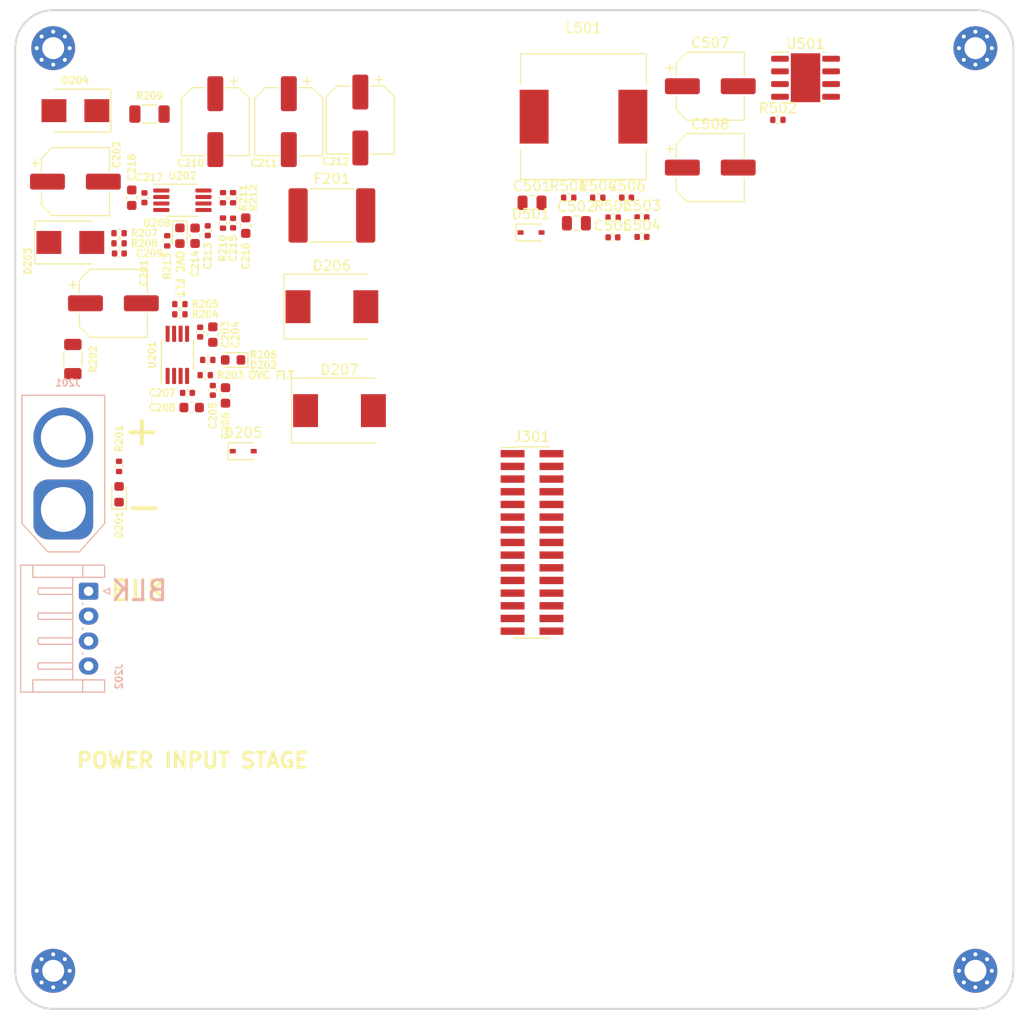
<source format=kicad_pcb>
(kicad_pcb (version 20211014) (generator pcbnew)
  (layers (0 "F.Cu" signal) (1 "In1.Cu" signal) (2 "In2.Cu" signal) (3 "In3.Cu" signal) (4 "In4.Cu" signal) (31 "B.Cu" signal) (34 "B.Paste" user) (35 "F.Paste" user) (36 "B.SilkS" user "B.Silkscreen") (37 "F.SilkS" user "F.Silkscreen") (38 "B.Mask" user) (39 "F.Mask" user) (44 "Edge.Cuts" user))
  (net 0 "")
  (net 1 "/BatteryInput/BATT_SNS_REF")
  (net 2 "GND")
  (net 3 "+BATT")
  (net 4 "VDC")
  (net 5 "+3V3")
  (net 6 "/BatteryInput/VDC_SNS_REF")
  (net 7 "Net-(D201-Pad2)")
  (net 8 "/BatteryInput/VDC_SNS_IN")
  (net 9 "Net-(D203-Pad1)")
  (net 10 "/ControlPower/SWITCH_SRC")
  (net 11 "Net-(C503-Pad1)")
  (net 12 "Net-(C504-Pad1)")
  (net 13 "/BatteryInput/BAT+_IN")
  (net 14 "/BatteryInput/BATT_CELL1")
  (net 15 "/BatteryInput/BATT_CELL2")
  (net 16 "/BatteryInput/BATT_CELL3")
  (net 17 "/BatteryInput/BATT_SNS_OUT")
  (net 18 "/BatteryInput/VDC_SNS_OUT")
  (net 19 "/BatteryInput/BATT_SNS_CIP")
  (net 20 "/BatteryInput/VDC_SNS_CIP")
  (net 21 "Net-(C505-Pad1)")
  (net 22 "/BATT_I_MON")
  (net 23 "/VDC_I_MON")
  (net 24 "/BATT_V_MON")
  (net 55 "Net-(C506-Pad1)")
  (net 56 "Net-(C506-Pad2)")
  (net 57 "+3.3V")
  (net 58 "Net-(D202-Pad1)")
  (net 59 "Net-(D202-Pad2)")
  (net 60 "Net-(D208-Pad1)")
  (net 61 "Net-(D208-Pad2)")
  (net 62 "Net-(R501-Pad1)")
  (net 63 "Net-(R502-Pad2)")
  (net 64 "Net-(R503-Pad2)")
  (footprint "Resistor_SMD:R_0402_1005Metric" (layer "F.Cu") (at 105.918 87.376 90)
    (fp_text reference "R201" (at 2.794 0 90) (layer "F.SilkS") (effects (font (size 0.7 0.7))))
    (fp_text value "R_Small_US" hide)
    (pad "1" smd roundrect locked (at -0.51 0 90) (size 0.54 0.64) (layers "F.Cu" "F.Paste" "F.Mask") (net 7 "Net-(D201-Pad2)"))
    (pad "2" smd roundrect locked (at 0.51 0 90) (size 0.54 0.64) (layers "F.Cu" "F.Paste" "F.Mask") (net 13 "/BatteryInput/BAT+_IN"))
  )
  (footprint "LED_SMD:LED_0603_1608Metric" (layer "F.Cu") (at 117.348 76.708 180)
    (fp_text reference "D202" (at -3.048 -0.508) (layer "F.SilkS") (effects (font (size 0.7 0.7))))
    (fp_text value "LED" hide)
    (pad "1" smd roundrect locked (at -0.7875 0 180) (size 0.875 0.95) (layers "F.Cu" "F.Paste" "F.Mask") (net 58 "Net-(D202-Pad1)"))
    (pad "2" smd roundrect locked (at 0.7875 0 180) (size 0.875 0.95) (layers "F.Cu" "F.Paste" "F.Mask") (net 59 "Net-(D202-Pad2)"))
  )
  (footprint "Resistor_SMD:R_1206_3216Metric" (layer "F.Cu") (at 101.286 76.62 90)
    (fp_text reference "R202" (at 0 2.032 90) (layer "F.SilkS") (effects (font (size 0.7 0.7))))
    (fp_text value "1m, 3W" hide)
    (pad "1" smd roundrect locked (at -1.4625 0 90) (size 1.125 1.75) (layers "F.Cu" "F.Paste" "F.Mask") (roundrect_rratio 0.222222) (net 13 "/BatteryInput/BAT+_IN"))
    (pad "2" smd roundrect locked (at 1.4625 0 90) (size 1.125 1.75) (layers "F.Cu" "F.Paste" "F.Mask") (roundrect_rratio 0.222222) (net 3 "+BATT"))
  )
  (footprint "Capacitor_SMD:C_0805_2012Metric" (layer "F.Cu") (at 151.77 63.01)
    (fp_text reference "C502" (at 0 -1.68) (layer "F.SilkS"))
    (fp_text value "4u2")
    (pad "1" smd roundrect (at -0.95 0) (size 1 1.45) (layers "F.Cu" "F.Paste" "F.Mask") (net 10 "/ControlPower/SWITCH_SRC"))
    (pad "2" smd roundrect (at 0.95 0) (size 1 1.45) (layers "F.Cu" "F.Paste" "F.Mask") (net 2 "GND"))
  )
  (footprint "Diode_SMD:D_SMC" (layer "F.Cu") (at 127.254 71.374)
    (fp_text reference "D206" (at 0 -4.1) (layer "F.SilkS"))
    (fp_text value "D_TVS")
    (pad "1" smd rect locked (at -3.4 0 90) (size 3.3 2.5) (layers "F.Cu" "F.Paste" "F.Mask") (net 2 "GND"))
    (pad "2" smd rect locked (at 3.4 0 90) (size 3.3 2.5) (layers "F.Cu" "F.Paste" "F.Mask") (net 4 "VDC"))
  )
  (footprint "Resistor_SMD:R_1206_3216Metric" (layer "F.Cu") (at 108.966 52.07)
    (fp_text reference "R209" (at 0 -1.82) (layer "F.SilkS") (effects (font (size 0.7 0.7))))
    (fp_text value "22m, 3W" hide)
    (pad "1" smd roundrect locked (at -1.4625 0) (size 1.125 1.75) (layers "F.Cu" "F.Paste" "F.Mask") (roundrect_rratio 0.222222) (net 8 "/BatteryInput/VDC_SNS_IN"))
    (pad "2" smd roundrect locked (at 1.4625 0) (size 1.125 1.75) (layers "F.Cu" "F.Paste" "F.Mask") (roundrect_rratio 0.222222) (net 4 "VDC"))
  )
  (footprint "Diode_SMD:D_SOD-323" (layer "F.Cu") (at 118.364 85.852)
    (fp_text reference "D205" (at 0 -1.85) (layer "F.SilkS"))
    (fp_text value "D_Zener")
    (pad "1" smd rect locked (at -1.05 0) (size 0.6 0.45) (layers "F.Cu" "F.Paste" "F.Mask") (net 24 "/BATT_V_MON"))
    (pad "2" smd rect locked (at 1.05 0) (size 0.6 0.45) (layers "F.Cu" "F.Paste" "F.Mask") (net 2 "GND"))
  )
  (footprint "Package_SO:MSOP-8_3x3mm_P0.65mm" (layer "F.Cu") (at 112.268 60.706)
    (fp_text reference "U202" (at 0 -2.45) (layer "F.SilkS") (effects (font (size 0.7 0.7))))
    (fp_text value "MAX40056F" hide)
    (pad "1" smd roundrect locked (at -2.1125 -0.975) (size 1.625 0.4) (layers "F.Cu" "F.Paste" "F.Mask") (net 4 "VDC"))
    (pad "2" smd roundrect locked (at -2.1125 -0.325) (size 1.625 0.4) (layers "F.Cu" "F.Paste" "F.Mask") (net 60 "Net-(D208-Pad1)"))
    (pad "3" smd roundrect locked (at -2.1125 0.325) (size 1.625 0.4) (layers "F.Cu" "F.Paste" "F.Mask") (net 5 "+3V3"))
    (pad "4" smd roundrect locked (at -2.1125 0.975) (size 1.625 0.4) (layers "F.Cu" "F.Paste" "F.Mask") (net 18 "/BatteryInput/VDC_SNS_OUT"))
    (pad "5" smd roundrect locked (at 2.1125 0.975) (size 1.625 0.4) (layers "F.Cu" "F.Paste" "F.Mask") (net 6 "/BatteryInput/VDC_SNS_REF"))
    (pad "6" smd roundrect locked (at 2.1125 0.325) (size 1.625 0.4) (layers "F.Cu" "F.Paste" "F.Mask") (net 2 "GND"))
    (pad "7" smd roundrect locked (at 2.1125 -0.325) (size 1.625 0.4) (layers "F.Cu" "F.Paste" "F.Mask") (net 20 "/BatteryInput/VDC_SNS_CIP"))
    (pad "8" smd roundrect locked (at 2.1125 -0.975) (size 1.625 0.4) (layers "F.Cu" "F.Paste" "F.Mask") (net 8 "/BatteryInput/VDC_SNS_IN"))
  )
  (footprint "Capacitor_SMD:C_0402_1005Metric" (layer "F.Cu") (at 115.316 79.756 -90)
    (fp_text reference "C205" (at 2.54 0 -90) (layer "F.SilkS") (effects (font (size 0.7 0.7))))
    (fp_text value "10n" hide)
    (pad "1" smd roundrect locked (at -0.48 0 270) (size 0.56 0.62) (layers "F.Cu" "F.Paste" "F.Mask") (net 22 "/BATT_I_MON"))
    (pad "2" smd roundrect locked (at 0.48 0 270) (size 0.56 0.62) (layers "F.Cu" "F.Paste" "F.Mask") (net 2 "GND"))
  )
  (footprint "Capacitor_SMD:C_0603_1608Metric" (layer "F.Cu") (at 113.538 64.262 -90)
    (fp_text reference "C214" (at 2.794 0 90) (layer "F.SilkS") (effects (font (size 0.7 0.7))))
    (fp_text value "1u" hide)
    (pad "1" smd roundrect locked (at -0.775 0 270) (size 0.9 0.95) (layers "F.Cu" "F.Paste" "F.Mask") (net 6 "/BatteryInput/VDC_SNS_REF"))
    (pad "2" smd roundrect locked (at 0.775 0 270) (size 0.9 0.95) (layers "F.Cu" "F.Paste" "F.Mask") (net 2 "GND"))
  )
  (footprint "Resistor_SMD:R_0402_1005Metric" (layer "F.Cu") (at 105.918 65.024)
    (fp_text reference "R208" (at 2.54 0) (layer "F.SilkS") (effects (font (size 0.7 0.7))))
    (fp_text value "82k" hide)
    (pad "1" smd roundrect locked (at -0.51 0) (size 0.54 0.64) (layers "F.Cu" "F.Paste" "F.Mask") (net 2 "GND"))
    (pad "2" smd roundrect locked (at 0.51 0) (size 0.54 0.64) (layers "F.Cu" "F.Paste" "F.Mask") (net 24 "/BATT_V_MON"))
  )
  (footprint "Capacitor_SMD:C_0603_1608Metric" (layer "F.Cu") (at 116.586 80.264 -90)
    (fp_text reference "C206" (at 3.048 0 90) (layer "F.SilkS") (effects (font (size 0.7 0.7))))
    (fp_text value "1u" hide)
    (pad "1" smd roundrect locked (at -0.775 0 270) (size 0.9 0.95) (layers "F.Cu" "F.Paste" "F.Mask") (net 22 "/BATT_I_MON"))
    (pad "2" smd roundrect locked (at 0.775 0 270) (size 0.9 0.95) (layers "F.Cu" "F.Paste" "F.Mask") (net 2 "GND"))
  )
  (footprint "Diode_SMD:D_SMB" (layer "F.Cu") (at 101.54 51.728 180)
    (fp_text reference "D204" (at 0 3.048) (layer "F.SilkS") (effects (font (size 0.7 0.7))))
    (fp_text value "D" hide)
    (pad "1" smd rect locked (at -2.15 0 180) (size 2.5 2.3) (layers "F.Cu" "F.Paste" "F.Mask") (net 8 "/BatteryInput/VDC_SNS_IN"))
    (pad "2" smd rect locked (at 2.15 0 180) (size 2.5 2.3) (layers "F.Cu" "F.Paste" "F.Mask") (net 9 "Net-(D203-Pad1)"))
  )
  (footprint "Capacitor_SMD:C_0603_1608Metric" (layer "F.Cu") (at 115.316 74.168 90)
    (fp_text reference "C204" (at 0 2.286 90) (layer "F.SilkS") (effects (font (size 0.7 0.7))))
    (fp_text value "1u" hide)
    (pad "1" smd roundrect locked (at -0.775 0 90) (size 0.9 0.95) (layers "F.Cu" "F.Paste" "F.Mask") (net 1 "/BatteryInput/BATT_SNS_REF"))
    (pad "2" smd roundrect locked (at 0.775 0 90) (size 0.9 0.95) (layers "F.Cu" "F.Paste" "F.Mask") (net 2 "GND"))
  )
  (footprint "Package_SO:MSOP-8_3x3mm_P0.65mm" (layer "F.Cu") (at 111.76 76.2 90)
    (fp_text reference "U201" (at 0 -2.54 90) (layer "F.SilkS") (effects (font (size 0.7 0.7))))
    (fp_text value "MAX40056F" hide)
    (pad "1" smd roundrect locked (at -2.1125 -0.975 90) (size 1.625 0.4) (layers "F.Cu" "F.Paste" "F.Mask") (net 3 "+BATT"))
    (pad "2" smd roundrect locked (at -2.1125 -0.325 90) (size 1.625 0.4) (layers "F.Cu" "F.Paste" "F.Mask") (net 58 "Net-(D202-Pad1)"))
    (pad "3" smd roundrect locked (at -2.1125 0.325 90) (size 1.625 0.4) (layers "F.Cu" "F.Paste" "F.Mask") (net 5 "+3V3"))
    (pad "4" smd roundrect locked (at -2.1125 0.975 90) (size 1.625 0.4) (layers "F.Cu" "F.Paste" "F.Mask") (net 17 "/BatteryInput/BATT_SNS_OUT"))
    (pad "5" smd roundrect locked (at 2.1125 0.975 90) (size 1.625 0.4) (layers "F.Cu" "F.Paste" "F.Mask") (net 1 "/BatteryInput/BATT_SNS_REF"))
    (pad "6" smd roundrect locked (at 2.1125 0.325 90) (size 1.625 0.4) (layers "F.Cu" "F.Paste" "F.Mask") (net 2 "GND"))
    (pad "7" smd roundrect locked (at 2.1125 -0.325 90) (size 1.625 0.4) (layers "F.Cu" "F.Paste" "F.Mask") (net 19 "/BatteryInput/BATT_SNS_CIP"))
    (pad "8" smd roundrect locked (at 2.1125 -0.975 90) (size 1.625 0.4) (layers "F.Cu" "F.Paste" "F.Mask") (net 13 "/BatteryInput/BAT+_IN"))
  )
  (footprint "Capacitor_SMD:C_0603_1608Metric" (layer "F.Cu") (at 107.188 60.452 90)
    (fp_text reference "C218" (at 3.048 0 90) (layer "F.SilkS") (effects (font (size 0.7 0.7))))
    (fp_text value "1u" hide)
    (pad "1" smd roundrect locked (at -0.775 0 90) (size 0.9 0.95) (layers "F.Cu" "F.Paste" "F.Mask") (net 5 "+3V3"))
    (pad "2" smd roundrect locked (at 0.775 0 90) (size 0.9 0.95) (layers "F.Cu" "F.Paste" "F.Mask") (net 2 "GND"))
  )
  (footprint "Capacitor_SMD:C_0805_2012Metric" (layer "F.Cu") (at 147.32 60.96)
    (fp_text reference "C501" (at 0 -1.68) (layer "F.SilkS"))
    (fp_text value "1u")
    (pad "1" smd roundrect (at -0.95 0) (size 1 1.45) (layers "F.Cu" "F.Paste" "F.Mask") (net 10 "/ControlPower/SWITCH_SRC"))
    (pad "2" smd roundrect (at 0.95 0) (size 1 1.45) (layers "F.Cu" "F.Paste" "F.Mask") (net 2 "GND"))
  )
  (footprint "Resistor_SMD:R_0402_1005Metric" (layer "F.Cu") (at 112.014 72.136 180)
    (fp_text reference "R204" (at -2.54 0) (layer "F.SilkS") (effects (font (size 0.7 0.7))))
    (fp_text value "6k8" hide)
    (pad "1" smd roundrect locked (at -0.51 0 180) (size 0.54 0.64) (layers "F.Cu" "F.Paste" "F.Mask") (net 1 "/BatteryInput/BATT_SNS_REF"))
    (pad "2" smd roundrect locked (at 0.51 0 180) (size 0.54 0.64) (layers "F.Cu" "F.Paste" "F.Mask") (net 19 "/BatteryInput/BATT_SNS_CIP"))
  )
  (footprint "Inductor_SMD:L_12x12mm_H4.5mm" (layer "F.Cu") (at 152.48 52.33)
    (fp_text reference "L501" (at 0 -8.89) (layer "F.SilkS"))
    (fp_text value "3u3")
    (pad "1" smd rect (at -4.95 0) (size 2.9 5.4) (layers "F.Cu" "F.Paste" "F.Mask") (net 55 "Net-(C506-Pad1)"))
    (pad "2" smd rect (at 4.95 0) (size 2.9 5.4) (layers "F.Cu" "F.Paste" "F.Mask") (net 57 "+3.3V"))
  )
  (footprint "Capacitor_SMD:CP_Elec_6.3x5.4" (layer "F.Cu") (at 165.19 49.28)
    (fp_text reference "C507" (at 0 -4.35) (layer "F.SilkS"))
    (fp_text value "10u")
    (pad "1" smd roundrect (at -2.8 0) (size 3.5 1.6) (layers "F.Cu" "F.Paste" "F.Mask") (roundrect_rratio 0.15625) (net 57 "+3.3V"))
    (pad "2" smd roundrect (at 2.8 0) (size 3.5 1.6) (layers "F.Cu" "F.Paste" "F.Mask") (roundrect_rratio 0.15625) (net 2 "GND"))
  )
  (footprint "Resistor_SMD:R_0402_1005Metric" (layer "F.Cu") (at 171.97 52.65)
    (fp_text reference "R502" (at 0 -1.17) (layer "F.SilkS"))
    (fp_text value "R_Small_US")
    (pad "1" smd roundrect (at -0.51 0) (size 0.54 0.64) (layers "F.Cu" "F.Paste" "F.Mask") (net 56 "Net-(C506-Pad2)"))
    (pad "2" smd roundrect (at 0.51 0) (size 0.54 0.64) (layers "F.Cu" "F.Paste" "F.Mask") (net 63 "Net-(R502-Pad2)"))
  )
  (footprint "LED_SMD:LED_0603_1608Metric" (layer "F.Cu") (at 112.014 64.262 -90)
    (fp_text reference "D208" (at -1.27 2.286 -180) (layer "F.SilkS") (effects (font (size 0.7 0.7))))
    (fp_text value "LED" hide)
    (pad "1" smd roundrect locked (at -0.7875 0 270) (size 0.875 0.95) (layers "F.Cu" "F.Paste" "F.Mask") (net 60 "Net-(D208-Pad1)"))
    (pad "2" smd roundrect locked (at 0.7875 0 270) (size 0.875 0.95) (layers "F.Cu" "F.Paste" "F.Mask") (net 61 "Net-(D208-Pad2)"))
  )
  (footprint "Resistor_SMD:R_0402_1005Metric" (layer "F.Cu") (at 116.332 60.452 90)
    (fp_text reference "R211" (at 0 2.032 90) (layer "F.SilkS") (effects (font (size 0.7 0.7))))
    (fp_text value "1k2" hide)
    (pad "1" smd roundrect locked (at -0.51 0 90) (size 0.54 0.64) (layers "F.Cu" "F.Paste" "F.Mask") (net 6 "/BatteryInput/VDC_SNS_REF"))
    (pad "2" smd roundrect locked (at 0.51 0 90) (size 0.54 0.64) (layers "F.Cu" "F.Paste" "F.Mask") (net 20 "/BatteryInput/VDC_SNS_CIP"))
  )
  (footprint "MountingHole:MountingHole_2.2mm_M2_Pad_Via" (layer "F.Cu") (at 191.77 137.922)
    (fp_text reference "H102" hide)
    (fp_text value "MountingHole" hide)
    (pad "1" thru_hole circle locked (at -1.65 0) (size 0.7 0.7) (drill 0.4) (layers *.Cu *.Mask))
    (pad "1" thru_hole circle locked (at 1.166726 -1.166726) (size 0.7 0.7) (drill 0.4) (layers *.Cu *.Mask))
    (pad "1" thru_hole circle locked (at -1.166726 1.166726) (size 0.7 0.7) (drill 0.4) (layers *.Cu *.Mask))
    (pad "1" thru_hole circle locked (at 0 -1.65) (size 0.7 0.7) (drill 0.4) (layers *.Cu *.Mask))
    (pad "1" thru_hole circle locked (at 0 0) (size 4.4 4.4) (drill 2.2) (layers *.Cu *.Mask))
    (pad "1" thru_hole circle locked (at 1.65 0) (size 0.7 0.7) (drill 0.4) (layers *.Cu *.Mask))
    (pad "1" thru_hole circle locked (at 1.166726 1.166726) (size 0.7 0.7) (drill 0.4) (layers *.Cu *.Mask))
    (pad "1" thru_hole circle locked (at -1.166726 -1.166726) (size 0.7 0.7) (drill 0.4) (layers *.Cu *.Mask))
    (pad "1" thru_hole circle locked (at 0 1.65) (size 0.7 0.7) (drill 0.4) (layers *.Cu *.Mask))
  )
  (footprint "Capacitor_SMD:CP_Elec_6.3x5.4" (layer "F.Cu") (at 105.35 71.032)
    (fp_text reference "C201" (at 3.048 -3.048 90) (layer "F.SilkS") (effects (font (size 0.7 0.7))))
    (fp_text value "10u" hide)
    (pad "1" smd roundrect locked (at -2.8 0) (size 3.5 1.6) (layers "F.Cu" "F.Paste" "F.Mask") (roundrect_rratio 0.15625) (net 3 "+BATT"))
    (pad "2" smd roundrect locked (at 2.8 0) (size 3.5 1.6) (layers "F.Cu" "F.Paste" "F.Mask") (roundrect_rratio 0.15625) (net 2 "GND"))
  )
  (footprint "Diode_SMD:D_SMC" (layer "F.Cu") (at 128.016 81.788)
    (fp_text reference "D207" (at 0 -4.1) (layer "F.SilkS"))
    (fp_text value "D_TVS")
    (pad "1" smd rect locked (at -3.4 0 90) (size 3.3 2.5) (layers "F.Cu" "F.Paste" "F.Mask") (net 2 "GND"))
    (pad "2" smd rect locked (at 3.4 0 90) (size 3.3 2.5) (layers "F.Cu" "F.Paste" "F.Mask") (net 4 "VDC"))
  )
  (footprint "Capacitor_SMD:C_0402_1005Metric" (layer "F.Cu") (at 158.34 64.38)
    (fp_text reference "C504" (at 0 -1.16) (layer "F.SilkS"))
    (fp_text value "C_Small")
    (pad "1" smd roundrect (at -0.48 0) (size 0.56 0.62) (layers "F.Cu" "F.Paste" "F.Mask") (net 12 "Net-(C504-Pad1)"))
    (pad "2" smd roundrect (at 0.48 0) (size 0.56 0.62) (layers "F.Cu" "F.Paste" "F.Mask") (net 2 "GND"))
  )
  (footprint "Package_SO:SOIC-8-1EP_3.9x4.9mm_P1.27mm_EP2.95x4.9mm_Mask2.71x3.4mm" (layer "F.Cu") (at 174.74 48.43)
    (fp_text reference "U501" (at 0 -3.4) (layer "F.SilkS"))
    (fp_text value "AOZ6605PI")
    (pad "1" smd roundrect (at -2.5625 -1.905) (size 1.775 0.6) (layers "F.Cu" "F.Paste" "F.Mask") (net 21 "Net-(C505-Pad1)"))
    (pad "2" smd roundrect (at -2.5625 -0.635) (size 1.775 0.6) (layers "F.Cu" "F.Paste" "F.Mask") (net 10 "/ControlPower/SWITCH_SRC"))
    (pad "3" smd roundrect (at -2.5625 0.635) (size 1.775 0.6) (layers "F.Cu" "F.Paste" "F.Mask") (net 10 "/ControlPower/SWITCH_SRC"))
    (pad "4" smd roundrect (at -2.5625 1.905) (size 1.775 0.6) (layers "F.Cu" "F.Paste" "F.Mask") (net 2 "GND"))
    (pad "5" smd roundrect (at 2.5625 1.905) (size 1.775 0.6) (layers "F.Cu" "F.Paste" "F.Mask") (net 63 "Net-(R502-Pad2)"))
    (pad "6" smd roundrect (at 2.5625 0.635) (size 1.775 0.6) (layers "F.Cu" "F.Paste" "F.Mask") (net 11 "Net-(C503-Pad1)"))
    (pad "7" smd roundrect (at 2.5625 -0.635) (size 1.775 0.6) (layers "F.Cu" "F.Paste" "F.Mask") (net 62 "Net-(R501-Pad1)"))
    (pad "8" smd roundrect (at 2.5625 -1.905) (size 1.775 0.6) (layers "F.Cu" "F.Paste" "F.Mask") (net 64 "Net-(R503-Pad2)"))
    (pad "9" smd rect (at 0 0) (size 2.95 4.9) (layers "F.Cu") (net 55 "Net-(C506-Pad1)"))
  )
  (footprint "Resistor_SMD:R_0402_1005Metric" (layer "F.Cu") (at 114.808 76.708 180)
    (fp_text reference "R206" (at -5.588 0.508) (layer "F.SilkS") (effects (font (size 0.7 0.7))))
    (fp_text value "1k2" hide)
    (pad "1" smd roundrect locked (at -0.51 0 180) (size 0.54 0.64) (layers "F.Cu" "F.Paste" "F.Mask") (net 59 "Net-(D202-Pad2)"))
    (pad "2" smd roundrect locked (at 0.51 0 180) (size 0.54 0.64) (layers "F.Cu" "F.Paste" "F.Mask") (net 5 "+3V3"))
  )
  (footprint "Resistor_SMD:R_0402_1005Metric" (layer "F.Cu") (at 153.91 60.45)
    (fp_text reference "R504" (at 0 -1.17) (layer "F.SilkS"))
    (fp_text value "15k")
    (pad "1" smd roundrect (at -0.51 0) (size 0.54 0.64) (layers "F.Cu" "F.Paste" "F.Mask") (net 64 "Net-(R503-Pad2)"))
    (pad "2" smd roundrect (at 0.51 0) (size 0.54 0.64) (layers "F.Cu" "F.Paste" "F.Mask") (net 2 "GND"))
  )
  (footprint "Diode_SMD:D_SOD-323" (layer "F.Cu") (at 147.22 63.94)
    (fp_text reference "D501" (at 0 -1.85) (layer "F.SilkS"))
    (fp_text value "D_Zener")
    (pad "1" smd rect (at -1.05 0) (size 0.6 0.45) (layers "F.Cu" "F.Paste" "F.Mask") (net 57 "+3.3V"))
    (pad "2" smd rect (at 1.05 0) (size 0.6 0.45) (layers "F.Cu" "F.Paste" "F.Mask") (net 2 "GND"))
  )
  (footprint "Capacitor_SMD:C_0402_1005Metric" (layer "F.Cu") (at 156.8 60.44)
    (fp_text reference "C506" (at 0 -1.16) (layer "F.SilkS"))
    (fp_text value "C_Small")
    (pad "1" smd roundrect (at -0.48 0) (size 0.56 0.62) (layers "F.Cu" "F.Paste" "F.Mask") (net 55 "Net-(C506-Pad1)"))
    (pad "2" smd roundrect (at 0.48 0) (size 0.56 0.62) (layers "F.Cu" "F.Paste" "F.Mask") (net 56 "Net-(C506-Pad2)"))
  )
  (footprint "Capacitor_SMD:C_0402_1005Metric" (layer "F.Cu") (at 108.458 60.452 90)
    (fp_text reference "C217" (at 2.032 0.508) (layer "F.SilkS") (effects (font (size 0.7 0.7))))
    (fp_text value "10n" hide)
    (pad "1" smd roundrect locked (at -0.48 0 90) (size 0.56 0.62) (layers "F.Cu" "F.Paste" "F.Mask") (net 5 "+3V3"))
    (pad "2" smd roundrect locked (at 0.48 0 90) (size 0.56 0.62) (layers "F.Cu" "F.Paste" "F.Mask") (net 2 "GND"))
  )
  (footprint "Capacitor_SMD:C_0402_1005Metric" (layer "F.Cu") (at 112.776 80.01)
    (fp_text reference "C207" (at -2.54 0) (layer "F.SilkS") (effects (font (size 0.7 0.7))))
    (fp_text value "10n" hide)
    (pad "1" smd roundrect locked (at -0.48 0) (size 0.56 0.62) (layers "F.Cu" "F.Paste" "F.Mask") (net 5 "+3V3"))
    (pad "2" smd roundrect locked (at 0.48 0) (size 0.56 0.62) (layers "F.Cu" "F.Paste" "F.Mask") (net 2 "GND"))
  )
  (footprint "Resistor_SMD:R_0402_1005Metric" (layer "F.Cu") (at 105.918 64.008 180)
    (fp_text reference "R207" (at -2.54 0) (layer "F.SilkS") (effects (font (size 0.7 0.7) (thickness 0.125))))
    (fp_text value "22k" hide)
    (pad "1" smd roundrect locked (at -0.51 0 180) (size 0.54 0.64) (layers "F.Cu" "F.Paste" "F.Mask") (net 24 "/BATT_V_MON"))
    (pad "2" smd roundrect locked (at 0.51 0 180) (size 0.54 0.64) (layers "F.Cu" "F.Paste" "F.Mask") (net 9 "Net-(D203-Pad1)"))
  )
  (footprint "Fuse:Fuse_2920_7451Metric" (layer "F.Cu") (at 127.254 62.23)
    (fp_text reference "F201" (at 0 -3.68) (layer "F.SilkS"))
    (fp_text value "Polyfuse")
    (pad "1" smd roundrect locked (at -3.3875 0) (size 1.925 5.45) (layers "F.Cu" "F.Paste" "F.Mask") (roundrect_rratio 0.12987) (net 3 "+BATT"))
    (pad "2" smd roundrect locked (at 3.3875 0) (size 1.925 5.45) (layers "F.Cu" "F.Paste" "F.Mask") (roundrect_rratio 0.12987) (net 9 "Net-(D203-Pad1)"))
  )
  (footprint "Resistor_SMD:R_0402_1005Metric" (layer "F.Cu") (at 117.348 60.452 -90)
    (fp_text reference "R212" (at 0 -2.032 90) (layer "F.SilkS") (effects (font (size 0.7 0.7))))
    (fp_text value "9k1" hide)
    (pad "1" smd roundrect locked (at -0.51 0 270) (size 0.54 0.64) (layers "F.Cu" "F.Paste" "F.Mask") (net 20 "/BatteryInput/VDC_SNS_CIP"))
    (pad "2" smd roundrect locked (at 0.51 0 270) (size 0.54 0.64) (layers "F.Cu" "F.Paste" "F.Mask") (net 2 "GND"))
  )
  (footprint "Resistor_SMD:R_0402_1005Metric" (layer "F.Cu") (at 112.014 71.12)
    (fp_text reference "R205" (at 2.54 0) (layer "F.SilkS") (effects (font (size 0.7 0.7))))
    (fp_text value "3k3" hide)
    (pad "1" smd roundrect locked (at -0.51 0) (size 0.54 0.64) (layers "F.Cu" "F.Paste" "F.Mask") (net 19 "/BatteryInput/BATT_SNS_CIP"))
    (pad "2" smd roundrect locked (at 0.51 0) (size 0.54 0.64) (layers "F.Cu" "F.Paste" "F.Mask") (net 2 "GND"))
  )
  (footprint "Capacitor_SMD:CP_Elec_6.3x5.4" (layer "F.Cu") (at 115.57 52.832 -90)
    (fp_text reference "C210" (at 4.152 2.48 180) (layer "F.SilkS") (effects (font (size 0.7 0.7))))
    (fp_text value "10u" hide)
    (pad "1" smd roundrect locked (at -2.8 0 270) (size 3.5 1.6) (layers "F.Cu" "F.Paste" "F.Mask") (roundrect_rratio 0.15625) (net 4 "VDC"))
    (pad "2" smd roundrect locked (at 2.8 0 270) (size 3.5 1.6) (layers "F.Cu" "F.Paste" "F.Mask") (roundrect_rratio 0.15625) (net 2 "GND"))
  )
  (footprint "LED_SMD:LED_0603_1608Metric" (layer "F.Cu") (at 105.918 90.17 90)
    (fp_text reference "D201" (at -3.048 0 90) (layer "F.SilkS") (effects (font (size 0.7 0.7))))
    (fp_text value "LED" hide)
    (pad "1" smd roundrect locked (at -0.7875 0 90) (size 0.875 0.95) (layers "F.Cu" "F.Paste" "F.Mask") (net 2 "GND"))
    (pad "2" smd roundrect locked (at 0.7875 0 90) (size 0.875 0.95) (layers "F.Cu" "F.Paste" "F.Mask") (net 7 "Net-(D201-Pad2)"))
  )
  (footprint "Connector_PinHeader_1.27mm:PinHeader_2x15_P1.27mm_Vertical_SMD" (layer "F.Cu") (at 147.32 94.996)
    (fp_text reference "J301" (at 0 -10.585) (layer "F.SilkS"))
    (fp_text value "Conn_02x15_Counter_Clockwise" hide)
    (pad "1" smd rect locked (at -1.95 -8.89) (size 2.4 0.74) (layers "F.Cu" "F.Paste" "F.Mask"))
    (pad "2" smd rect locked (at 1.95 -8.89) (size 2.4 0.74) (layers "F.Cu" "F.Paste" "F.Mask"))
    (pad "3" smd rect locked (at -1.95 -7.62) (size 2.4 0.74) (layers "F.Cu" "F.Paste" "F.Mask"))
    (pad "4" smd rect locked (at 1.95 -7.62) (size 2.4 0.74) (layers "F.Cu" "F.Paste" "F.Mask"))
    (pad "5" smd rect locked (at -1.95 -6.35) (size 2.4 0.74) (layers "F.Cu" "F.Paste" "F.Mask"))
    (pad "6" smd rect locked (at 1.95 -6.35) (size 2.4 0.74) (layers "F.Cu" "F.Paste" "F.Mask"))
    (pad "7" smd rect locked (at -1.95 -5.08) (size 2.4 0.74) (layers "F.Cu" "F.Paste" "F.Mask"))
    (pad "8" smd rect locked (at 1.95 -5.08) (size 2.4 0.74) (layers "F.Cu" "F.Paste" "F.Mask"))
    (pad "9" smd rect locked (at -1.95 -3.81) (size 2.4 0.74) (layers "F.Cu" "F.Paste" "F.Mask"))
    (pad "10" smd rect locked (at 1.95 -3.81) (size 2.4 0.74) (layers "F.Cu" "F.Paste" "F.Mask"))
    (pad "11" smd rect locked (at -1.95 -2.54) (size 2.4 0.74) (layers "F.Cu" "F.Paste" "F.Mask"))
    (pad "12" smd rect locked (at 1.95 -2.54) (size 2.4 0.74) (layers "F.Cu" "F.Paste" "F.Mask"))
    (pad "13" smd rect locked (at -1.95 -1.27) (size 2.4 0.74) (layers "F.Cu" "F.Paste" "F.Mask"))
    (pad "14" smd rect locked (at 1.95 -1.27) (size 2.4 0.74) (layers "F.Cu" "F.Paste" "F.Mask"))
    (pad "15" smd rect locked (at -1.95 0) (size 2.4 0.74) (layers "F.Cu" "F.Paste" "F.Mask"))
    (pad "16" smd rect locked (at 1.95 0) (size 2.4 0.74) (layers "F.Cu" "F.Paste" "F.Mask"))
    (pad "17" smd rect locked (at -1.95 1.27) (size 2.4 0.74) (layers "F.Cu" "F.Paste" "F.Mask"))
    (pad "18" smd rect locked (at 1.95 1.27) (size 2.4 0.74) (layers "F.Cu" "F.Paste" "F.Mask"))
    (pad "19" smd rect locked (at -1.95 2.54) (size 2.4 0.74) (layers "F.Cu" "F.Paste" "F.Mask"))
    (pad "20" smd rect locked (at 1.95 2.54) (size 2.4 0.74) (layers "F.Cu" "F.Paste" "F.Mask"))
    (pad "21" smd rect locked (at -1.95 3.81) (size 2.4 0.74) (layers "F.Cu" "F.Paste" "F.Mask"))
    (pad "22" smd rect locked (at 1.95 3.81) (size 2.4 0.74) (layers "F.Cu" "F.Paste" "F.Mask"))
    (pad "23" smd rect locked (at -1.95 5.08) (size 2.4 0.74) (layers "F.Cu" "F.Paste" "F.Mask"))
    (pad "24" smd rect locked (at 1.95 5.08) (size 2.4 0.74) (layers "F.Cu" "F.Paste" "F.Mask"))
    (pad "25" smd rect locked (at -1.95 6.35) (size 2.4 0.74) (layers "F.Cu" "F.Paste" "F.Mask"))
    (pad "26" smd rect locked (at 1.95 6.35) (size 2.4 0.74) (layers "F.Cu" "F.Paste" "F.Mask"))
    (pad "27" smd rect locked (at -1.95 7.62) (size 2.4 0.74) (layers "F.Cu" "F.Paste" "F.Mask"))
    (pad "28" smd rect locked (at 1.95 7.62) (size 2.4 0.74) (layers "F.Cu" "F.Paste" "F.Mask"))
    (pad "29" smd rect locked (at -1.95 8.89) (size 2.4 0.74) (layers "F.Cu" "F.Paste" "F.Mask"))
    (pad "30" smd rect locked (at 1.95 8.89) (size 2.4 0.74) (layers "F.Cu" "F.Paste" "F.Mask"))
  )
  (footprint "Capacitor_SMD:C_0402_1005Metric" (layer "F.Cu") (at 114.046 73.914 90)
    (fp_text reference "C203" (at -0.254 2.54 90) (layer "F.SilkS") (effects (font (size 0.7 0.7))))
    (fp_text value "10n" hide)
    (pad "1" smd roundrect locked (at -0.48 0 90) (size 0.56 0.62) (layers "F.Cu" "F.Paste" "F.Mask") (net 1 "/BatteryInput/BATT_SNS_REF"))
    (pad "2" smd roundrect locked (at 0.48 0 90) (size 0.56 0.62) (layers "F.Cu" "F.Paste" "F.Mask") (net 2 "GND"))
  )
  (footprint "Capacitor_SMD:C_0402_1005Metric" (layer "F.Cu") (at 158.34 62.41)
    (fp_text reference "C503" (at 0 -1.16) (layer "F.SilkS"))
    (fp_text value "0u1")
    (pad "1" smd roundrect (at -0.48 0) (size 0.56 0.62) (layers "F.Cu" "F.Paste" "F.Mask") (net 11 "Net-(C503-Pad1)"))
    (pad "2" smd roundrect (at 0.48 0) (size 0.56 0.62) (layers "F.Cu" "F.Paste" "F.Mask") (net 2 "GND"))
  )
  (footprint "Capacitor_SMD:CP_Elec_6.3x5.4" (layer "F.Cu") (at 165.19 57.43)
    (fp_text reference "C508" (at 0 -4.35) (layer "F.SilkS"))
    (fp_text value "10u")
    (pad "1" smd roundrect (at -2.8 0) (size 3.5 1.6) (layers "F.Cu" "F.Paste" "F.Mask") (roundrect_rratio 0.15625) (net 57 "+3.3V"))
    (pad "2" smd roundrect (at 2.8 0) (size 3.5 1.6) (layers "F.Cu" "F.Paste" "F.Mask") (roundrect_rratio 0.15625) (net 2 "GND"))
  )
  (footprint "Capacitor_SMD:C_0603_1608Metric" (layer "F.Cu") (at 118.618 63.248 -90)
    (fp_text reference "C216" (at 3.048 0 90) (layer "F.SilkS") (effects (font (size 0.7 0.7))))
    (fp_text value "1u" hide)
    (pad "1" smd roundrect locked (at -0.775 0 270) (size 0.9 0.95) (layers "F.Cu" "F.Paste" "F.Mask") (net 23 "/VDC_I_MON"))
    (pad "2" smd roundrect locked (at 0.775 0 270) (size 0.9 0.95) (layers "F.Cu" "F.Paste" "F.Mask") (net 2 "GND"))
  )
  (footprint "Resistor_SMD:R_0402_1005Metric" (layer "F.Cu") (at 114.556 78.232)
    (fp_text reference "R203" (at 2.538 0) (layer "F.SilkS") (effects (font (size 0.7 0.7))))
    (fp_text value "150R" hide)
    (pad "1" smd roundrect locked (at -0.51 0) (size 0.54 0.64) (layers "F.Cu" "F.Paste" "F.Mask") (net 17 "/BatteryInput/BATT_SNS_OUT"))
    (pad "2" smd roundrect locked (at 0.51 0) (size 0.54 0.64) (layers "F.Cu" "F.Paste" "F.Mask") (net 22 "/BATT_I_MON"))
  )
  (footprint "Capacitor_SMD:CP_Elec_6.3x5.4" (layer "F.Cu") (at 130.108 52.666 -90)
    (fp_text reference "C212" (at 4.152 2.48 180) (layer "F.SilkS") (effects (font (size 0.7 0.7))))
    (fp_text value "10u" hide)
    (pad "1" smd roundrect locked (at -2.8 0 270) (size 3.5 1.6) (layers "F.Cu" "F.Paste" "F.Mask") (roundrect_rratio 0.15625) (net 4 "VDC"))
    (pad "2" smd roundrect locked (at 2.8 0 270) (size 3.5 1.6) (layers "F.Cu" "F.Paste" "F.Mask") (roundrect_rratio 0.15625) (net 2 "GND"))
  )
  (footprint "Diode_SMD:D_SMB" (layer "F.Cu") (at 101.032 64.936)
    (fp_text reference "D203" (at -4.258 1.866 90) (layer "F.SilkS") (effects (font (size 0.7 0.7))))
    (fp_text value "D" hide)
    (pad "1" smd rect locked (at -2.15 0) (size 2.5 2.3) (layers "F.Cu" "F.Paste" "F.Mask") (net 9 "Net-(D203-Pad1)"))
    (pad "2" smd rect locked (at 2.15 0) (size 2.5 2.3) (layers "F.Cu" "F.Paste" "F.Mask") (net 2 "GND"))
  )
  (footprint "Resistor_SMD:R_0402_1005Metric" (layer "F.Cu") (at 155.45 62.44)
    (fp_text reference "R503" (at 0 -1.17) (layer "F.SilkS"))
    (fp_text value "68k1")
    (pad "1" smd roundrect (at -0.51 0) (size 0.54 0.64) (layers "F.Cu" "F.Paste" "F.Mask") (net 57 "+3.3V"))
    (pad "2" smd roundrect (at 0.51 0) (size 0.54 0.64) (layers "F.Cu" "F.Paste" "F.Mask") (net 64 "Net-(R503-Pad2)"))
  )
  (footprint "Capacitor_SMD:C_0402_1005Metric" (layer "F.Cu") (at 114.808 63.754 -90)
    (fp_text reference "C213" (at 2.54 0 90) (layer "F.SilkS") (effects (font (size 0.7 0.7))))
    (fp_text value "10n" hide)
    (pad "1" smd roundrect locked (at -0.48 0 270) (size 0.56 0.62) (layers "F.Cu" "F.Paste" "F.Mask") (net 6 "/BatteryInput/VDC_SNS_REF"))
    (pad "2" smd roundrect locked (at 0.48 0 270) (size 0.56 0.62) (layers "F.Cu" "F.Paste" "F.Mask") (net 2 "GND"))
  )
  (footprint "Capacitor_SMD:C_0402_1005Metric" (layer "F.Cu") (at 155.43 64.42)
    (fp_text reference "C505" (at 0 -1.16) (layer "F.SilkS"))
    (fp_text value "10n")
    (pad "1" smd roundrect (at -0.48 0) (size 0.56 0.62) (layers "F.Cu" "F.Paste" "F.Mask") (net 21 "Net-(C505-Pad1)"))
    (pad "2" smd roundrect (at 0.48 0) (size 0.56 0.62) (layers "F.Cu" "F.Paste" "F.Mask") (net 2 "GND"))
  )
  (footprint "Resistor_SMD:R_0402_1005Metric" (layer "F.Cu") (at 116.332 62.994 -90)
    (fp_text reference "R210" (at 2.538 0 90) (layer "F.SilkS") (effects (font (size 0.7 0.7))))
    (fp_text value "150R" hide)
    (pad "1" smd roundrect locked (at -0.51 0 270) (size 0.54 0.64) (layers "F.Cu" "F.Paste" "F.Mask") (net 18 "/BatteryInput/VDC_SNS_OUT"))
    (pad "2" smd roundrect locked (at 0.51 0 270) (size 0.54 0.64) (layers "F.Cu" "F.Paste" "F.Mask") (net 23 "/VDC_I_MON"))
  )
  (footprint "Resistor_SMD:R_0402_1005Metric" (layer "F.Cu") (at 151 60.45)
    (fp_text reference "R501" (at 0 -1.17) (layer "F.SilkS"))
    (fp_text value "R_Small_US")
    (pad "1" smd roundrect (at -0.51 0) (size 0.54 0.64) (layers "F.Cu" "F.Paste" "F.Mask") (net 62 "Net-(R501-Pad1)"))
    (pad "2" smd roundrect (at 0.51 0) (size 0.54 0.64) (layers "F.Cu" "F.Paste" "F.Mask") (net 12 "Net-(C504-Pad1)"))
  )
  (footprint "Capacitor_SMD:CP_Elec_6.3x5.4" (layer "F.Cu") (at 122.936 52.832 -90)
    (fp_text reference "C211" (at 4.152 2.48 180) (layer "F.SilkS") (effects (font (size 0.7 0.7))))
    (fp_text value "10u" hide)
    (pad "1" smd roundrect locked (at -2.8 0 270) (size 3.5 1.6) (layers "F.Cu" "F.Paste" "F.Mask") (roundrect_rratio 0.15625) (net 4 "VDC"))
    (pad "2" smd roundrect locked (at 2.8 0 270) (size 3.5 1.6) (layers "F.Cu" "F.Paste" "F.Mask") (roundrect_rratio 0.15625) (net 2 "GND"))
  )
  (footprint "Capacitor_SMD:CP_Elec_6.3x5.4" (layer "F.Cu") (at 101.54 58.84)
    (fp_text reference "C202" (at 4.124 -2.706 90) (layer "F.SilkS") (effects (font (size 0.7 0.7))))
    (fp_text value "10u" hide)
    (pad "1" smd roundrect locked (at -2.8 0) (size 3.5 1.6) (layers "F.Cu" "F.Paste" "F.Mask") (roundrect_rratio 0.15625) (net 3 "+BATT"))
    (pad "2" smd roundrect locked (at 2.8 0) (size 3.5 1.6) (layers "F.Cu" "F.Paste" "F.Mask") (roundrect_rratio 0.15625) (net 2 "GND"))
  )
  (footprint "Capacitor_SMD:C_0402_1005Metric" (layer "F.Cu") (at 117.348 62.994 -90)
    (fp_text reference "C215" (at 2.54 0 90) (layer "F.SilkS") (effects (font (size 0.7 0.7))))
    (fp_text value "10n" hide)
    (pad "1" smd roundrect locked (at -0.48 0 270) (size 0.56 0.62) (layers "F.Cu" "F.Paste" "F.Mask") (net 23 "/VDC_I_MON"))
    (pad "2" smd roundrect locked (at 0.48 0 270) (size 0.56 0.62) (layers "F.Cu" "F.Paste" "F.Mask") (net 2 "GND"))
  )
  (footprint "Capacitor_SMD:C_0402_1005Metric" (layer "F.Cu") (at 105.946 66.04 180)
    (fp_text reference "C209" (at -3.02 0) (layer "F.SilkS") (effects (font (size 0.7 0.7))))
    (fp_text value "100n" hide)
    (pad "1" smd roundrect locked (at -0.48 0 180) (size 0.56 0.62) (layers "F.Cu" "F.Paste" "F.Mask") (net 24 "/BATT_V_MON"))
    (pad "2" smd roundrect locked (at 0.48 0 180) (size 0.56 0.62) (layers "F.Cu" "F.Paste" "F.Mask") (net 2 "GND"))
  )
  (footprint "Resistor_SMD:R_0402_1005Metric" (layer "F.Cu") (at 110.744 64.77 90)
    (fp_text reference "R213" (at -2.54 0 90) (layer "F.SilkS") (effects (font (size 0.7 0.7))))
    (fp_text value "1k2" hide)
    (pad "1" smd roundrect locked (at -0.51 0 90) (size 0.54 0.64) (layers "F.Cu" "F.Paste" "F.Mask") (net 61 "Net-(D208-Pad2)"))
    (pad "2" smd roundrect locked (at 0.51 0 90) (size 0.54 0.64) (layers "F.Cu" "F.Paste" "F.Mask") (net 5 "+3V3"))
  )
  (footprint "MountingHole:MountingHole_2.2mm_M2_Pad_Via" (layer "F.Cu") (at 191.77 45.466)
    (fp_text reference "H101" hide)
    (fp_text value "MountingHole" hide)
    (pad "1" thru_hole circle locked (at 0 1.65) (size 0.7 0.7) (drill 0.4) (layers *.Cu *.Mask))
    (pad "1" thru_hole circle locked (at -1.166726 1.166726) (size 0.7 0.7) (drill 0.4) (layers *.Cu *.Mask))
    (pad "1" thru_hole circle locked (at 1.166726 1.166726) (size 0.7 0.7) (drill 0.4) (layers *.Cu *.Mask))
    (pad "1" thru_hole circle locked (at 0 -1.65) (size 0.7 0.7) (drill 0.4) (layers *.Cu *.Mask))
    (pad "1" thru_hole circle locked (at 0 0) (size 4.4 4.4) (drill 2.2) (layers *.Cu *.Mask))
    (pad "1" thru_hole circle locked (at 1.65 0) (size 0.7 0.7) (drill 0.4) (layers *.Cu *.Mask))
    (pad "1" thru_hole circle locked (at 1.166726 -1.166726) (size 0.7 0.7) (drill 0.4) (layers *.Cu *.Mask))
    (pad "1" thru_hole circle locked (at -1.166726 -1.166726) (size 0.7 0.7) (drill 0.4) (layers *.Cu *.Mask))
    (pad "1" thru_hole circle locked (at -1.65 0) (size 0.7 0.7) (drill 0.4) (layers *.Cu *.Mask))
  )
  (footprint "Capacitor_SMD:C_0603_1608Metric" (layer "F.Cu") (at 113.194 81.48)
    (fp_text reference "C208" (at -2.958 0) (layer "F.SilkS") (effects (font (size 0.7 0.7))))
    (fp_text value "1u" hide)
    (pad "1" smd roundrect locked (at -0.775 0) (size 0.9 0.95) (layers "F.Cu" "F.Paste" "F.Mask") (net 5 "+3V3"))
    (pad "2" smd roundrect locked (at 0.775 0) (size 0.9 0.95) (layers "F.Cu" "F.Paste" "F.Mask") (net 2 "GND"))
  )
  (footprint "MountingHole:MountingHole_2.2mm_M2_Pad_Via" (layer "F.Cu") (at 99.314 45.466)
    (fp_text reference "H104" hide)
    (fp_text value "MountingHole" hide)
    (pad "1" thru_hole circle locked (at 0 -1.65) (size 0.7 0.7) (drill 0.4) (layers *.Cu *.Mask))
    (pad "1" thru_hole circle locked (at 1.65 0) (size 0.7 0.7) (drill 0.4) (layers *.Cu *.Mask))
    (pad "1" thru_hole circle locked (at 1.166726 1.166726) (size 0.7 0.7) (drill 0.4) (layers *.Cu *.Mask))
    (pad "1" thru_hole circle locked (at 0 0) (size 4.4 4.4) (drill 2.2) (layers *.Cu *.Mask))
    (pad "1" thru_hole circle locked (at -1.166726 1.166726) (size 0.7 0.7) (drill 0.4) (layers *.Cu *.Mask))
    (pad "1" thru_hole circle locked (at -1.65 0) (size 0.7 0.7) (drill 0.4) (layers *.Cu *.Mask))
    (pad "1" thru_hole circle locked (at 0 1.65) (size 0.7 0.7) (drill 0.4) (layers *.Cu *.Mask))
    (pad "1" thru_hole circle locked (at 1.166726 -1.166726) (size 0.7 0.7) (drill 0.4) (layers *.Cu *.Mask))
    (pad "1" thru_hole circle locked (at -1.166726 -1.166726) (size 0.7 0.7) (drill 0.4) (layers *.Cu *.Mask))
  )
  (footprint "MountingHole:MountingHole_2.2mm_M2_Pad_Via" (layer "F.Cu") (at 99.314 137.922)
    (fp_text reference "H103" hide)
    (fp_text value "MountingHole" hide)
    (pad "1" thru_hole circle locked (at -1.65 0) (size 0.7 0.7) (drill 0.4) (layers *.Cu *.Mask))
    (pad "1" thru_hole circle locked (at -1.166726 1.166726) (size 0.7 0.7) (drill 0.4) (layers *.Cu *.Mask))
    (pad "1" thru_hole circle locked (at 1.166726 1.166726) (size 0.7 0.7) (drill 0.4) (layers *.Cu *.Mask))
    (pad "1" thru_hole circle locked (at 0 1.65) (size 0.7 0.7) (drill 0.4) (layers *.Cu *.Mask))
    (pad "1" thru_hole circle locked (at 1.166726 -1.166726) (size 0.7 0.7) (drill 0.4) (layers *.Cu *.Mask))
    (pad "1" thru_hole circle locked (at 0 0) (size 4.4 4.4) (drill 2.2) (layers *.Cu *.Mask))
    (pad "1" thru_hole circle locked (at -1.166726 -1.166726) (size 0.7 0.7) (drill 0.4) (layers *.Cu *.Mask))
    (pad "1" thru_hole circle locked (at 1.65 0) (size 0.7 0.7) (drill 0.4) (layers *.Cu *.Mask))
    (pad "1" thru_hole circle locked (at 0 -1.65) (size 0.7 0.7) (drill 0.4) (layers *.Cu *.Mask))
  )
  (footprint "Connector_JST:JST_EH_S4B-EH_1x04_P2.50mm_Horizontal" (layer "B.Cu") (at 102.8625 99.882 -90)
    (fp_text reference "J202" (at 8.556 -3.048 90) (layer "B.SilkS") (effects (font (size 0.7 0.7)) (justify mirror)))
    (fp_text value "Battery Balance Connector" hide)
    (pad "1" thru_hole roundrect locked (at 0 0 270) (size 1.7 1.95) (drill 0.95) (layers *.Cu *.Mask) (roundrect_rratio 0.147059) (net 2 "GND"))
    (pad "2" thru_hole oval locked (at 2.5 0 270) (size 1.7 1.95) (drill 0.95) (layers *.Cu *.Mask) (net 14 "/BatteryInput/BATT_CELL1"))
    (pad "3" thru_hole oval locked (at 5 0 270) (size 1.7 1.95) (drill 0.95) (layers *.Cu *.Mask) (net 15 "/BatteryInput/BATT_CELL2"))
    (pad "4" thru_hole oval locked (at 7.5 0 270) (size 1.7 1.95) (drill 0.95) (layers *.Cu *.Mask) (net 16 "/BatteryInput/BATT_CELL3"))
  )
  (footprint "Connector_AMASS:AMASS_XT60-F_1x02_P7.20mm_Vertical" (layer "B.Cu") (at 100.33 91.694 90)
    (fp_text reference "J201" (at 12.7 0.448) (layer "B.SilkS") (effects (font (size 0.7 0.7)) (justify mirror)))
    (fp_text value "Battery Input" hide)
    (pad "1" thru_hole roundrect locked (at 0 0 90) (size 6 6) (drill 4.5) (layers *.Cu *.Mask) (net 2 "GND"))
    (pad "2" thru_hole circle locked (at 7.2 0 90) (size 6 6) (drill 4.5) (layers *.Cu *.Mask) (net 13 "/BatteryInput/BAT+_IN"))
  )
  (gr_arc (start 191.77 41.656) (mid 194.464076 42.771923) (end 195.58 45.466) (layer "Edge.Cuts") (width 0.2))
  (gr_line (start 195.58 45.466) (end 195.58 137.922) (layer "Edge.Cuts") (width 0.2))
  (gr_arc (start 95.504 45.466) (mid 96.619923 42.771924) (end 99.314 41.656) (layer "Edge.Cuts") (width 0.2))
  (gr_line (start 99.314 41.656) (end 191.77 41.656) (layer "Edge.Cuts") (width 0.2))
  (gr_arc (start 195.58 137.922) (mid 194.464077 140.616076) (end 191.77 141.732) (layer "Edge.Cuts") (width 0.2))
  (gr_line (start 95.504 137.922) (end 95.504 45.466) (layer "Edge.Cuts") (width 0.2))
  (gr_line (start 191.77 141.732) (end 99.314 141.732) (layer "Edge.Cuts") (width 0.2))
  (gr_arc (start 99.314 141.732) (mid 96.619924 140.616077) (end 95.504 137.922) (layer "Edge.Cuts") (width 0.2))
  (gr_text "BLK" (at 107.95 99.822) (layer "B.SilkS") (effects (font (size 2 2) (thickness 0.3)) (justify mirror)))
  (gr_text "+" (at 108.204 83.732) (layer "F.SilkS") (effects (font (size 3 3) (thickness 0.4))))
  (gr_text "-\n" (at 108.458 91.352) (layer "F.SilkS") (effects (font (size 3 3) (thickness 0.4))))
  (gr_text "BLK" (at 107.89 99.822) (layer "F.SilkS") (effects (font (size 2 2) (thickness 0.3))))
  (gr_text "OVC FLT" (at 121.158 78.232) (layer "F.SilkS") (effects (font (size 0.75 0.75) (thickness 0.1875))))
  (gr_text "POWER INPUT STAGE" (at 113.284 116.84) (layer "F.SilkS") (effects (font (size 1.5 1.5) (thickness 0.3))))
  (gr_text "OVC FLT" (at 112.014 68.072 270) (layer "F.SilkS") (effects (font (size 0.75 0.75) (thickness 0.1875))))
)
</source>
